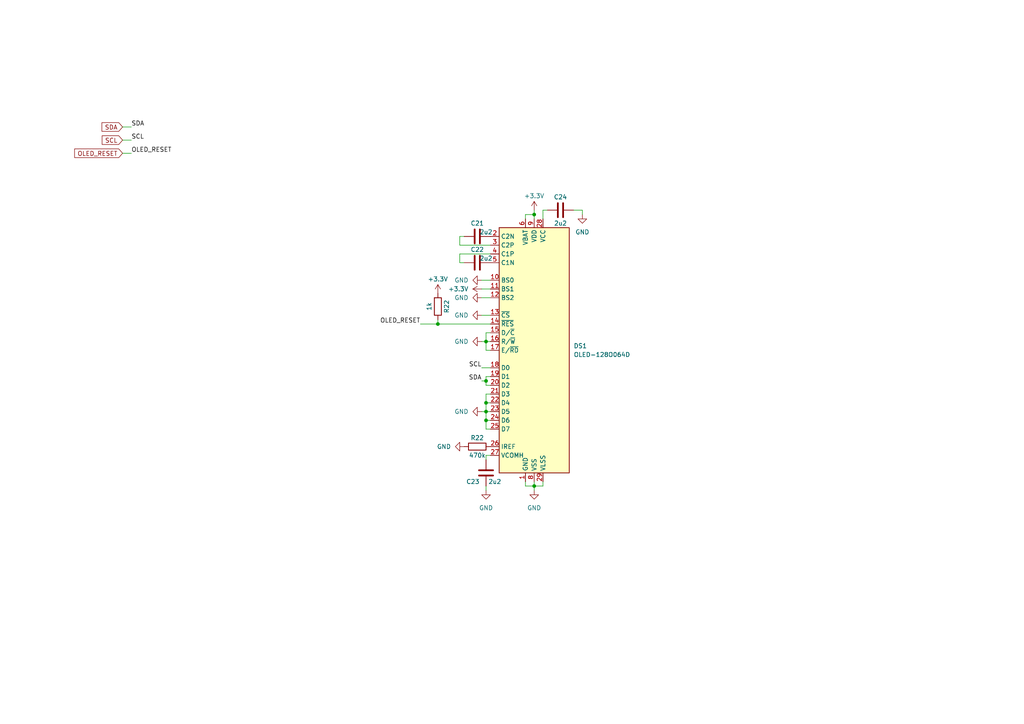
<source format=kicad_sch>
(kicad_sch (version 20230121) (generator eeschema)
  (paper "A4")
  (lib_symbols
    (symbol "Device:C" (pin_numbers hide) (pin_names (offset 0.254))
      (property "Reference" "C" (at 0.635 2.54 0))
      (property "Value" "C" (at 0.635 -2.54 0))
      (symbol "C_0_1"
        (polyline (pts (xy -2.032 -0.762) (xy 2.032 -0.762)) (stroke (width 0.508)))
        (polyline (pts (xy -2.032 0.762) (xy 2.032 0.762)) (stroke (width 0.508)))
      )
      (symbol "C_1_1"
        (pin passive line (at 0 3.81 270) (length 2.794) (name "~") (number "1"))
        (pin passive line (at 0 -3.81 90) (length 2.794) (name "~") (number "2"))
      )
    )
    (symbol "Device:R" (pin_numbers hide) (pin_names (offset 0))
      (property "Reference" "R" (at 2.032 0 90))
      (property "Value" "R" (at 0 0 90))
      (symbol "R_0_1"
        (rectangle (start -1.016 -2.54) (end 1.016 2.54) (stroke (width 0.254)))
      )
      (symbol "R_1_1"
        (pin passive line (at 0 3.81 270) (length 1.27) (name "~") (number "1"))
        (pin passive line (at 0 -3.81 90) (length 1.27) (name "~") (number "2"))
      )
    )
    (symbol "Display_Graphic:OLED-128O064D"
      (property "Reference" "DS" (at -10.16 38.1 0))
      (property "Value" "OLED-128O064D" (at 12.7 38.1 0))
      (symbol "OLED-128O064D_0_1"
        (rectangle (start -10.16 35.56) (end 10.16 -35.56) (stroke (width 0.254)) (fill (type background)))
      )
      (symbol "OLED-128O064D_1_1"
        (pin power_in line (at -2.54 -38.1 90) (length 2.54) (name "GND") (number "1"))
        (pin input line (at -12.7 20.32 0) (length 2.54) (name "BS0") (number "10"))
        (pin input line (at -12.7 17.78 0) (length 2.54) (name "BS1") (number "11"))
        (pin input line (at -12.7 15.24 0) (length 2.54) (name "BS2") (number "12"))
        (pin input line (at -12.7 10.16 0) (length 2.54) (name "~{CS}") (number "13"))
        (pin input line (at -12.7 7.62 0) (length 2.54) (name "~{RES}") (number "14"))
        (pin input line (at -12.7 5.08 0) (length 2.54) (name "D/~{C}") (number "15"))
        (pin input line (at -12.7 2.54 0) (length 2.54) (name "R/~{W}") (number "16"))
        (pin input line (at -12.7 0 0) (length 2.54) (name "E/~{RD}") (number "17"))
        (pin bidirectional line (at -12.7 -5.08 0) (length 2.54) (name "D0") (number "18"))
        (pin bidirectional line (at -12.7 -7.62 0) (length 2.54) (name "D1") (number "19"))
        (pin passive line (at -12.7 33.02 0) (length 2.54) (name "C2N") (number "2"))
        (pin bidirectional line (at -12.7 -10.16 0) (length 2.54) (name "D2") (number "20"))
        (pin bidirectional line (at -12.7 -12.7 0) (length 2.54) (name "D3") (number "21"))
        (pin bidirectional line (at -12.7 -15.24 0) (length 2.54) (name "D4") (number "22"))
        (pin bidirectional line (at -12.7 -17.78 0) (length 2.54) (name "D5") (number "23"))
        (pin bidirectional line (at -12.7 -20.32 0) (length 2.54) (name "D6") (number "24"))
        (pin bidirectional line (at -12.7 -22.86 0) (length 2.54) (name "D7") (number "25"))
        (pin passive line (at -12.7 -27.94 0) (length 2.54) (name "IREF") (number "26"))
        (pin passive line (at -12.7 -30.48 0) (length 2.54) (name "VCOMH") (number "27"))
        (pin power_in line (at 2.54 38.1 270) (length 2.54) (name "VCC") (number "28"))
        (pin power_in line (at 2.54 -38.1 90) (length 2.54) (name "VLSS") (number "29"))
        (pin passive line (at -12.7 30.48 0) (length 2.54) (name "C2P") (number "3"))
        (pin passive line (at -2.54 -38.1 90) (length 2.54) hide (name "GND") (number "30"))
        (pin passive line (at -12.7 27.94 0) (length 2.54) (name "C1P") (number "4"))
        (pin passive line (at -12.7 25.4 0) (length 2.54) (name "C1N") (number "5"))
        (pin power_in line (at -2.54 38.1 270) (length 2.54) (name "VBAT") (number "6"))
        (pin no_connect line (at 10.16 0 180) (length 2.54) hide (name "NC") (number "7"))
        (pin power_in line (at 0 -38.1 90) (length 2.54) (name "VSS") (number "8"))
        (pin power_in line (at 0 38.1 270) (length 2.54) (name "VDD") (number "9"))
      )
    )
    (symbol "power:+3.3V" (power) (pin_names (offset 0))
      (property "Value" "+3.3V" (at 0 3.556 0))
      (symbol "+3.3V_0_1"
        (polyline (pts (xy -0.762 1.27) (xy 0 2.54)))
        (polyline (pts (xy 0 0) (xy 0 2.54)))
        (polyline (pts (xy 0 2.54) (xy 0.762 1.27)))
      )
      (symbol "+3.3V_1_1"
        (pin power_in line (at 0 0 90) (length 0) hide (name "+3.3V") (number "1"))
      )
    )
    (symbol "power:GND" (power) (pin_names (offset 0))
      (property "Value" "GND" (at 0 -3.81 0))
      (symbol "GND_0_1"
        (polyline (pts (xy 0 0) (xy 0 -1.27) (xy 1.27 -1.27) (xy 0 -2.54) (xy -1.27 -1.27) (xy 0 -1.27)))
      )
      (symbol "GND_1_1"
        (pin power_in line (at 0 0 270) (length 0) hide (name "GND") (number "1"))
      )
    )
  )
  (junction (at 154.94 140.97))
  (junction (at 140.97 121.92))
  (junction (at 140.97 99.06))
  (junction (at 127 93.98))
  (junction (at 140.97 110.49))
  (junction (at 154.94 62.23))
  (junction (at 140.97 116.84))
  (junction (at 140.97 119.38))
  (wire (pts (xy 154.94 60.96) (xy 154.94 62.23)))
  (wire (pts (xy 140.97 96.52) (xy 140.97 99.06)))
  (wire (pts (xy 139.7 91.44) (xy 142.24 91.44)))
  (wire (pts (xy 139.7 110.49) (xy 140.97 110.49)))
  (wire (pts (xy 140.97 109.22) (xy 140.97 110.49)))
  (wire (pts (xy 157.48 63.5) (xy 157.48 60.96)))
  (wire (pts (xy 140.97 119.38) (xy 142.24 119.38)))
  (wire (pts (xy 35.56 40.64) (xy 38.1 40.64)))
  (wire (pts (xy 133.35 76.2) (xy 134.62 76.2)))
  (wire (pts (xy 154.94 62.23) (xy 154.94 63.5)))
  (wire (pts (xy 140.97 116.84) (xy 142.24 116.84)))
  (wire (pts (xy 142.24 109.22) (xy 140.97 109.22)))
  (wire (pts (xy 154.94 139.7) (xy 154.94 140.97)))
  (wire (pts (xy 140.97 121.92) (xy 140.97 124.46)))
  (wire (pts (xy 139.7 86.36) (xy 142.24 86.36)))
  (wire (pts (xy 140.97 110.49) (xy 140.97 111.76)))
  (wire (pts (xy 35.56 36.83) (xy 38.1 36.83)))
  (wire (pts (xy 139.7 119.38) (xy 140.97 119.38)))
  (wire (pts (xy 133.35 71.12) (xy 133.35 68.58)))
  (wire (pts (xy 139.7 106.68) (xy 142.24 106.68)))
  (wire (pts (xy 157.48 60.96) (xy 158.75 60.96)))
  (wire (pts (xy 140.97 111.76) (xy 142.24 111.76)))
  (wire (pts (xy 142.24 99.06) (xy 140.97 99.06)))
  (wire (pts (xy 127 93.98) (xy 127 92.71)))
  (wire (pts (xy 152.4 62.23) (xy 154.94 62.23)))
  (wire (pts (xy 140.97 121.92) (xy 142.24 121.92)))
  (wire (pts (xy 142.24 114.3) (xy 140.97 114.3)))
  (wire (pts (xy 140.97 119.38) (xy 140.97 121.92)))
  (wire (pts (xy 140.97 114.3) (xy 140.97 116.84)))
  (wire (pts (xy 139.7 81.28) (xy 142.24 81.28)))
  (wire (pts (xy 142.24 73.66) (xy 133.35 73.66)))
  (wire (pts (xy 168.91 60.96) (xy 168.91 62.23)))
  (wire (pts (xy 142.24 71.12) (xy 133.35 71.12)))
  (wire (pts (xy 140.97 132.08) (xy 142.24 132.08)))
  (wire (pts (xy 154.94 140.97) (xy 154.94 142.24)))
  (wire (pts (xy 152.4 139.7) (xy 152.4 140.97)))
  (wire (pts (xy 152.4 63.5) (xy 152.4 62.23)))
  (wire (pts (xy 142.24 96.52) (xy 140.97 96.52)))
  (wire (pts (xy 166.37 60.96) (xy 168.91 60.96)))
  (wire (pts (xy 140.97 132.08) (xy 140.97 133.35)))
  (wire (pts (xy 157.48 139.7) (xy 157.48 140.97)))
  (wire (pts (xy 127 93.98) (xy 142.24 93.98)))
  (wire (pts (xy 139.7 83.82) (xy 142.24 83.82)))
  (wire (pts (xy 121.92 93.98) (xy 127 93.98)))
  (wire (pts (xy 140.97 101.6) (xy 142.24 101.6)))
  (wire (pts (xy 140.97 140.97) (xy 140.97 142.24)))
  (wire (pts (xy 140.97 116.84) (xy 140.97 119.38)))
  (wire (pts (xy 133.35 68.58) (xy 134.62 68.58)))
  (wire (pts (xy 152.4 140.97) (xy 154.94 140.97)))
  (wire (pts (xy 133.35 73.66) (xy 133.35 76.2)))
  (wire (pts (xy 157.48 140.97) (xy 154.94 140.97)))
  (wire (pts (xy 35.56 44.45) (xy 38.1 44.45)))
  (wire (pts (xy 139.7 99.06) (xy 140.97 99.06)))
  (wire (pts (xy 140.97 99.06) (xy 140.97 101.6)))
  (wire (pts (xy 140.97 124.46) (xy 142.24 124.46)))
  (label "SDA" (at 38.1 36.83 0))
  (label "SCL" (at 139.7 106.68 180))
  (label "SCL" (at 38.1 40.64 0))
  (label "OLED_RESET" (at 121.92 93.98 180))
  (label "SDA" (at 139.7 110.49 180))
  (label "OLED_RESET" (at 38.1 44.45 0))
  (global_label "OLED_RESET" (shape input) (at 35.56 44.45 180) (property "Intersheetrefs" "${INTERSHEET_REFS}" (effects hide)))
  (global_label "SDA" (shape input) (at 35.56 36.83 180) (property "Intersheetrefs" "${INTERSHEET_REFS}" (effects hide)))
  (global_label "SCL" (shape input) (at 35.56 40.64 180) (property "Intersheetrefs" "${INTERSHEET_REFS}" (effects hide)))
  (symbol (lib_id "Device:C") (at 138.43 76.2 90) (unit 1)
    (property "Reference" "C22" (at 138.43 72.39 90))
    (property "Value" "2u2" (at 140.97 74.93 90))
    (property "Footprint" "Capacitor_SMD:C_0805_2012Metric" (effects hide))
  )
  (symbol (lib_id "Display_Graphic:OLED-128O064D") (at 154.94 101.6 0) (unit 1)
    (property "Reference" "DS1" (at 166.37 100.33 0) (effects (justify left)))
    (property "Value" "OLED-128O064D" (at 166.37 102.87 0) (effects (justify left)))
    (property "Footprint" "Display:OLED-128O064D" (effects hide))
    (property "Datasheet" "https://www.vishay.com/docs/37902/oled128o064dbpp3n00000.pdf" (effects hide))
  )
  (symbol (lib_id "power:GND") (at 139.7 86.36 270) (unit 1)
    (property "Reference" "#PWR06" (effects hide))
    (property "Value" "GND" (at 135.89 86.36 90) (effects (justify right)))
  )
  (symbol (lib_id "power:GND") (at 168.91 62.23 0) (unit 1)
    (property "Reference" "#PWR06" (effects hide))
    (property "Value" "GND" (at 168.91 67.31 0))
  )
  (symbol (lib_id "power:+3.3V") (at 139.7 83.82 90) (unit 1)
    (property "Reference" "#PWR05" (effects hide))
    (property "Value" "+3.3V" (at 135.89 83.82 90) (effects (justify left)))
  )
  (symbol (lib_id "Device:C") (at 138.43 68.58 90) (unit 1)
    (property "Reference" "C21" (at 138.43 64.77 90))
    (property "Value" "2u2" (at 140.97 67.31 90))
    (property "Footprint" "Capacitor_SMD:C_0805_2012Metric" (effects hide))
  )
  (symbol (lib_id "power:GND") (at 139.7 91.44 270) (unit 1)
    (property "Reference" "#PWR06" (effects hide))
    (property "Value" "GND" (at 135.89 91.44 90) (effects (justify right)))
  )
  (symbol (lib_id "Device:C") (at 162.56 60.96 90) (unit 1)
    (property "Reference" "C24" (at 162.56 57.15 90))
    (property "Value" "2u2" (at 162.56 64.77 90))
    (property "Footprint" "Capacitor_SMD:C_0805_2012Metric" (effects hide))
  )
  (symbol (lib_id "Device:R") (at 138.43 129.54 90) (unit 1)
    (property "Reference" "R22" (at 138.43 127 90))
    (property "Value" "470k" (at 138.43 132.08 90))
    (property "Footprint" "Resistor_SMD:R_0805_2012Metric" (effects hide))
  )
  (symbol (lib_id "Device:R") (at 127 88.9 0) (unit 1)
    (property "Reference" "R22" (at 129.54 88.9 90))
    (property "Value" "1k" (at 124.46 88.9 90))
    (property "Footprint" "Resistor_SMD:R_0805_2012Metric" (effects hide))
  )
  (symbol (lib_id "power:+3.3V") (at 154.94 60.96 0) (unit 1)
    (property "Reference" "#PWR05" (effects hide))
    (property "Value" "+3.3V" (at 154.94 56.8269 0))
  )
  (symbol (lib_id "power:GND") (at 139.7 119.38 270) (unit 1)
    (property "Reference" "#PWR06" (effects hide))
    (property "Value" "GND" (at 135.89 119.38 90) (effects (justify right)))
  )
  (symbol (lib_id "power:+3.3V") (at 127 85.09 0) (unit 1)
    (property "Reference" "#PWR05" (effects hide))
    (property "Value" "+3.3V" (at 127 80.9569 0))
  )
  (symbol (lib_id "power:GND") (at 134.62 129.54 270) (unit 1)
    (property "Reference" "#PWR06" (effects hide))
    (property "Value" "GND" (at 130.81 129.54 90) (effects (justify right)))
  )
  (symbol (lib_id "power:GND") (at 140.97 142.24 0) (unit 1)
    (property "Reference" "#PWR06" (effects hide))
    (property "Value" "GND" (at 140.97 147.32 0))
  )
  (symbol (lib_id "power:GND") (at 154.94 142.24 0) (unit 1)
    (property "Reference" "#PWR06" (effects hide))
    (property "Value" "GND" (at 154.94 147.32 0))
  )
  (symbol (lib_id "power:GND") (at 139.7 99.06 270) (unit 1)
    (property "Reference" "#PWR06" (effects hide))
    (property "Value" "GND" (at 135.89 99.06 90) (effects (justify right)))
  )
  (symbol (lib_id "power:GND") (at 139.7 81.28 270) (unit 1)
    (property "Reference" "#PWR06" (effects hide))
    (property "Value" "GND" (at 135.89 81.28 90) (effects (justify right)))
  )
  (symbol (lib_id "Device:C") (at 140.97 137.16 180) (unit 1)
    (property "Reference" "C23" (at 137.16 139.7 0))
    (property "Value" "2u2" (at 143.51 139.7 0))
    (property "Footprint" "Capacitor_SMD:C_0805_2012Metric" (effects hide))
  )
)
</source>
